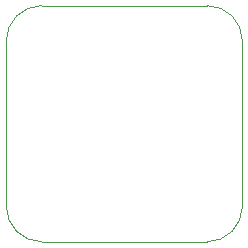
<source format=gm1>
%TF.GenerationSoftware,KiCad,Pcbnew,(6.0.0-0)*%
%TF.CreationDate,2022-08-17T15:23:26+02:00*%
%TF.ProjectId,ap3722at_mic_breakout,61703337-3232-4617-945f-6d69635f6272,rev?*%
%TF.SameCoordinates,Original*%
%TF.FileFunction,Profile,NP*%
%FSLAX46Y46*%
G04 Gerber Fmt 4.6, Leading zero omitted, Abs format (unit mm)*
G04 Created by KiCad (PCBNEW (6.0.0-0)) date 2022-08-17 15:23:26*
%MOMM*%
%LPD*%
G01*
G04 APERTURE LIST*
%TA.AperFunction,Profile*%
%ADD10C,0.050000*%
%TD*%
G04 APERTURE END LIST*
D10*
X159000000Y-103000000D02*
X173000000Y-103000000D01*
X156000000Y-120000000D02*
G75*
G03*
X159000000Y-123000000I3000001J1D01*
G01*
X176000000Y-120000000D02*
X176000000Y-106000000D01*
X159000000Y-103000000D02*
G75*
G03*
X156000000Y-106000000I1J-3000001D01*
G01*
X173000000Y-123000000D02*
X159000000Y-123000000D01*
X176000000Y-106000000D02*
G75*
G03*
X173000000Y-103000000I-3000001J-1D01*
G01*
X173000000Y-123000000D02*
G75*
G03*
X176000000Y-120000000I-1J3000001D01*
G01*
X156000000Y-120000000D02*
X156000000Y-106000000D01*
M02*

</source>
